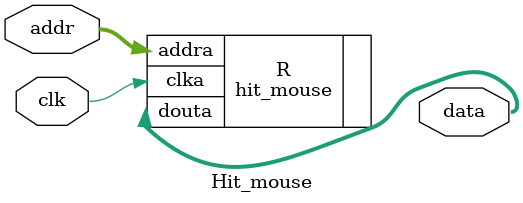
<source format=v>
`timescale 1ns / 1ps
module Hit_mouse(
	input wire clk,
	input wire [14:0] addr,
	output wire [11:0] data
   );
	hit_mouse R(.clka(clk),.addra(addr),.douta(data));
 
endmodule

</source>
